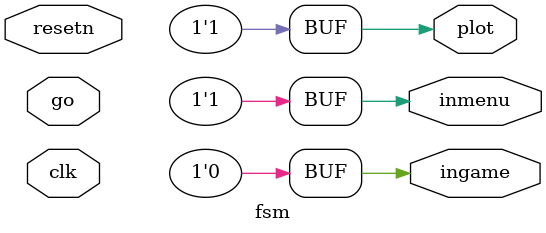
<source format=v>
module Project_2_1
	(
		CLOCK_50,						//	On Board 50 MHz
		
		// Your inputs and outputs here
      KEY,
      SW,
		  
		// The ports below are for the VGA output.  Do not change.
		VGA_CLK,   						//	VGA Clock
		VGA_HS,							//	VGA H_SYNC
		VGA_VS,							//	VGA V_SYNC
		VGA_BLANK_N,						//	VGA BLANK
		VGA_SYNC_N,						//	VGA SYNC
		VGA_R,   						//	VGA Red[9:0]
		VGA_G,	 						//	VGA Green[9:0]
		VGA_B   						//	VGA Blue[9:0]
	);

	input	  CLOCK_50;				//	50 MHz
	input   [9:0]   SW;
	input   [3:0]   KEY;

	// Declare your inputs and outputs here
	// Do not change the following outputs
	output			VGA_CLK;   				//	VGA Clock
	output			VGA_HS;					//	VGA H_SYNC
	output			VGA_VS;					//	VGA V_SYNC
	output			VGA_BLANK_N;				//	VGA BLANK
	output			VGA_SYNC_N;				//	VGA SYNC
	output	[9:0]	VGA_R;   				//	VGA Red[9:0]
	output	[9:0]	VGA_G;	 				//	VGA Green[9:0]
	output	[9:0]	VGA_B;   				//	VGA Blue[9:0]
	
	wire resetn;
	assign resetn = SW[4];
	
	// Create the colour, x, y and writeEn wires that are inputs to the controller.
	wire [2:0] colour;
	wire [7:0] x;
	wire [6:0] y;
	wire writeEn;

	// Create an Instance of a VGA controller - there can be only one!
	// Define the number of colours as well as the initial background
	// image file (.MIF) for the controller.
	vga_adapter VGA(
			.resetn(resetn),
			.clock(CLOCK_50),
			.colour(colour),
			.x(x),
			.y(y),
			.plot(1),
			/* Signals for the DAC to drive the monitor. */
			.VGA_R(VGA_R),
			.VGA_G(VGA_G),
			.VGA_B(VGA_B),
			.VGA_HS(VGA_HS),
			.VGA_VS(VGA_VS),
			.VGA_BLANK(VGA_BLANK_N),
			.VGA_SYNC(VGA_SYNC_N),
			.VGA_CLK(VGA_CLK));
		defparam VGA.RESOLUTION = "160x120";
		defparam VGA.MONOCHROME = "FALSE";
		defparam VGA.BITS_PER_COLOUR_CHANNEL = 1;
		defparam VGA.BACKGROUND_IMAGE = "black.mif";
		
	datapath d0(
	         .clk(CLOCK_50),
	         .direction(direction),
				.inmenu(SW[0]),
				.ingame(SW[1]),
		      .RGB(colour),
				.x_pointer(x),
				.y_pointer(y),
				
				//delete later
				.inital_head(SW[2])
	 );
	 
	 
	 //direction wire
	 wire [4:0] direction;
	 kbInput kbIn(CLOCK_50, KEY, SW, direction, reset);
	 
endmodule


module datapath(clk, direction, inmenu, ingame, RGB, x_pointer, y_pointer ,inital_head );
   input clk;
	
	output [7:0] x_pointer;
	output [6:0] y_pointer;
	input [4:0] direction;
	
	//delete later
	input inital_head;
	
	//status of game
   input inmenu;
	input ingame;
	
	
	wire R, G, B; // Will be used for concatenation for output "RGB".
	wire frame_update; // signal for frame update
	wire delayed_clk;
	
	output [2:0] RGB; // the colour used for output
	
	reg menu_text; // check if the pixel is the menu's text.
	
	
	
	//register for border
	reg border;
	
	//registers for snake
	reg [6:0] size;
	reg [7:0] snakeX[0:640];
	reg [6:0] snakeY[0:640];
	reg found;
	reg snakeHead;
	reg snakeBody;
	reg [1:0]currentDirect;
	integer bodycounter, bodycounter2, bodycounter3;
	reg up,down,left,right;
	
	//registers for apple
	reg apple;
	reg [7:0] appleX;
	reg [6:0] appleY;
	reg apple_inX, apple_inY;
	wire [7:0]rand_X;
	wire [6:0]rand_Y;
	
	//registers for game status
	reg lethal, nonLethal;
	reg bad_collision, good_collision, game_over;
	
	
	//down level modules
	refresher ref0(clk, x_pointer, y_pointer);
	frame_updater upd0(clk, 1'b1, frame_update);
	delay_counter dc0(clk, 1'b1, frame_update,delayed_clk);
	randomGrid rand1(clk, rand_X, rand_Y);
	
	always@(posedge clk)
	begin
		if (inmenu)begin
				
			
			 //initialize snake's position
			 for(bodycounter3 = 1; bodycounter3 < 641; bodycounter3 = bodycounter3+1)begin
					snakeX[bodycounter3] = 0;
					snakeY[bodycounter3] = 0;
			 end
				
			 //initialze snake's size
			 size = 1;	
			 
			 //start game
			 game_over=0;
		
			 //initialize apple's position
			 appleX = 15;
			 appleY = 15;
			
			 if (
			 // Letter "S"
				  (x_pointer >= 10 && x_pointer <= 36 && y_pointer >= 11  && y_pointer <= 16 )
				||(x_pointer >= 10 && x_pointer <= 15 && y_pointer >= 11  && y_pointer <= 33 )
				||(x_pointer >= 31 && x_pointer <= 36 && y_pointer >= 11  && y_pointer <= 20 )
				||(x_pointer >= 10 && x_pointer <= 36 && y_pointer >= 29  && y_pointer <= 33 )
				||(x_pointer >= 31 && x_pointer <= 36 && y_pointer >= 29  && y_pointer <= 54 )
				||(x_pointer >= 10 && x_pointer <= 36 && y_pointer >= 49  && y_pointer <= 54 )
				||(x_pointer >= 10 && x_pointer <= 15 && y_pointer >= 44  && y_pointer <= 54 )
				
			 // Letter "N"
				||(x_pointer >= 41 && x_pointer <= 46 && y_pointer >= 11  && y_pointer <= 54 )
				||(x_pointer >= 46 && x_pointer <= 50 && y_pointer >= 13  && y_pointer <= 20 )
				||(x_pointer >= 50 && x_pointer <= 54 && y_pointer >= 20  && y_pointer <= 29 )
				||(x_pointer >= 53 && x_pointer <= 57 && y_pointer >= 28  && y_pointer <= 38 )
				||(x_pointer >= 56 && x_pointer <= 60 && y_pointer >= 37  && y_pointer <= 45 )
				||(x_pointer >= 59 && x_pointer <= 62 && y_pointer >= 44  && y_pointer <= 51 )
				||(x_pointer >= 62 && x_pointer <= 67 && y_pointer >= 11  && y_pointer <= 54 )
			 // Letter "A"
			 // Letter "K"
			 // Letter "E"
				)
				 menu_text <= 1'b1;
			 else
				 menu_text <= 1'b0;
		end
		else if(ingame)begin
				
				//################################################################################################
				//Add border
				border <= (   ((x_pointer >= 2) && (x_pointer <= 4)&&(y_pointer >= 2) && (y_pointer <=112))
								||((x_pointer >= 156)&& (x_pointer <= 158)&&(y_pointer >= 2) && (y_pointer <=112))
								||((x_pointer >= 2) && (x_pointer <= 158)&&(y_pointer >= 2) && (y_pointer <= 4))
								||((x_pointer >= 2) && (x_pointer <= 158)&&(y_pointer >= 110) && (y_pointer <= 112)));
				
				
				//################################################################################################
				//SNAKE PART STARTS FROM HERE!
				//Add Snake body
				found = 0;
				for(bodycounter = 1; bodycounter <= size; bodycounter = bodycounter + 1)begin
					if(~found)begin				
						snakeBody = ( (x_pointer >= snakeX[bodycounter] && x_pointer <= snakeX[bodycounter]+2) 
								  && (y_pointer >= snakeY[bodycounter] && y_pointer <= snakeY[bodycounter]+2));
						found = snakeBody;
					end
				end
				
				//Add Snake head
				snakeHead = (x_pointer >= snakeX[0] && x_pointer <= (snakeX[0]+2))
								&& (y_pointer >= snakeY[0] && y_pointer <= (snakeY[0]+2));
				
				
				//Initial Snake's head
				if(!inital_head) begin
					snakeY[0] = 60;
					snakeX[0] = 80;
				end
				
				
				//update snake's position
				if(delayed_clk)begin
					for(bodycounter2 = 640; bodycounter2 > 0; bodycounter2 = bodycounter2 - 1)begin
							if(bodycounter2 <= size - 1)begin
								snakeX[bodycounter2] = snakeX[bodycounter2 - 1];
								snakeY[bodycounter2] = snakeY[bodycounter2 - 1];
							end	
					end	
						
					//update snake's direction
					case(direction)
						//UP
						5'b00010: if(!down)begin
											up = 1;
											down = 0;
											left = 0;
											right = 0;
									 end 
						//LEFT
						5'b00100:if(!right)begin
											up = 0;
											down = 0;
											left = 1;
											right = 0;
									 end 
						//DOWN
						5'b01000:if(!up)begin
											up = 0;
											down = 1;
											left = 0;
											right = 0;
									end 
						//RIGHT
						5'b10000: if(!left)begin
											up = 0;
											down = 0;
											left = 0;
											right = 1;
									end 
					endcase	
					if(up)
						 snakeY[0] <= (snakeY[0] - 2);
					else if(left)
						 snakeX[0] <= (snakeX[0] - 2);
					else if(down)
						 snakeY[0] <= (snakeY[0] + 2);
					else if(right)
						 snakeX[0] <= (snakeX[0] + 2);
				end	
				
				
				//################################################################################################
				//APPLE PART STARTS FROM HERE! 
				//Draw an apple
				apple_inX <= (x_pointer >= appleX && x_pointer <= (appleX + 2));
				apple_inY <= (y_pointer >=appleY && y_pointer <= (appleY + 2));
				apple = apple_inX && apple_inY;
				
				//Set apple's position
				if(good_collision)begin
						appleX <= rand_X;
						appleY <= rand_Y;
				end
				
				//###############################################################################################
				//CHECK COLLISION
				//if is in lethal position
				lethal = border || snakeBody;
	
				//if is in nonLethal position
				nonLethal = apple;
	
				//check good collision
				if(nonLethal && snakeHead) begin 
					good_collision<=1;
					size = size+1;
				end	
				else 
					good_collision<=0;
			
				//check bad collision
				if(lethal && snakeHead) begin
					bad_collision<=1;
				end
				else begin 
					bad_collision<=0;
				end
	
				//check game over
				if(bad_collision) begin
					game_over<=1;
				end	
				
				
		end
	end
	
	// Display white: menu_text
	// Display green: the snake's head and the snake's body
	// Display red: the apple, or game over
	// Display blue: the border
	
	assign R = apple;
	assign G = snakeHead||snakeBody;
	assign B = border&&~game_over;
   assign RGB = {R, G, B};
endmodule
	
	
module randomGrid(clk, rand_X, rand_Y);
	input clk;
	output reg [7:0] rand_X =6;
	output reg [6:0] rand_Y =6;
	
	// set the maximum height and width of the game interface.
	// x and y will scan over every pixel.
	integer max_height = 108;
	integer max_width = 154;
	
	always@(posedge clk)
	begin
		if(rand_X === max_width)
			rand_X <= 6;
		else
			rand_X <= rand_X + 1;
	end

	always@(posedge clk)
	begin
		if(rand_X === max_width)
		begin
			if(rand_Y === max_height)
				rand_Y <= 6;
			else
				rand_Y <= rand_Y + 1;
		end
	end
endmodule	

	
module kbInput(CLOCK_50, KEY, SW,direction, reset);
	input CLOCK_50;
	input [3:0]KEY;
	input [9:0]SW;
	output reg [4:0] direction;
	output reg reset = 0; 
	
	always@(*)
	begin
		if(~KEY[2])
			direction = 5'b00010;
		else if(~KEY[3])
			direction = 5'b00100;
		else if(~KEY[1])
			direction = 5'b01000;
		else if(~KEY[0])
			direction = 5'b10000;
//		else if(SW[0])
//			reset <= ~reset;
		else direction <= direction;
	end	
endmodule





module refresher(clk, x_counter, y_counter);
// refreshes the coordinate of x and y to the next check point.
	input clk;
	output reg [7:0] x_counter;
	output reg [6:0] y_counter;
	
	// set the maximum height and width of the game interface.
	// x and y will scan over every pixel.
	integer max_height = 120;
	integer max_width = 160;
	
	always@(posedge clk)
	begin
		if(x_counter === max_width)
			x_counter <= 0;
		else
			x_counter <= x_counter + 1;
	end

	always@(posedge clk)
	begin
		if(x_counter === max_width)
		begin
			if(y_counter === max_height)
				y_counter <= 0;
			else
			y_counter <= y_counter + 1;
		end
	end
endmodule

module frame_updater(clk, reset_n, frame_update);
	input clk;
	input reset_n;
	output frame_update;
	reg[19:0] delay;
	// Register for the delay counter
	
	always @(posedge clk)
	begin: delay_counter
//		if (!reset_n)
//			delay <= 20'd840000;
		if (delay == 0)
			delay <= 20'd840000;
	   else
		begin
			    delay <= delay - 1'b1;
		end
	end
	
	assign frame_update = (delay == 20'd0)? 1: 0;
endmodule



module delay_counter(clk, reset_n, en_delay,delayed_clk);
	input clk;
	input reset_n;
	input en_delay;
	output delayed_clk;
	
	reg[3:0] delay;
	
	// Register for the delay counter
	always @(posedge clk)begin
//		if (!reset_n)
//			delay <= 20'd840000;
		if(delay == 2)
				delay <= 0;
		else if (en_delay)begin
			   delay <= delay + 1'b1;
		end	
	end
	
	assign delayed_clk = (delay == 2)? 1: 0;
endmodule

	
module fsm(resetn, clk, go, inmenu, ingame, plot);
	input resetn;
	input clk;
	input go;
	output ingame;
	output inmenu;
	output plot;
	
	assign ingame = 0;
	assign plot = 1;
	assign inmenu = 1;
endmodule
</source>
